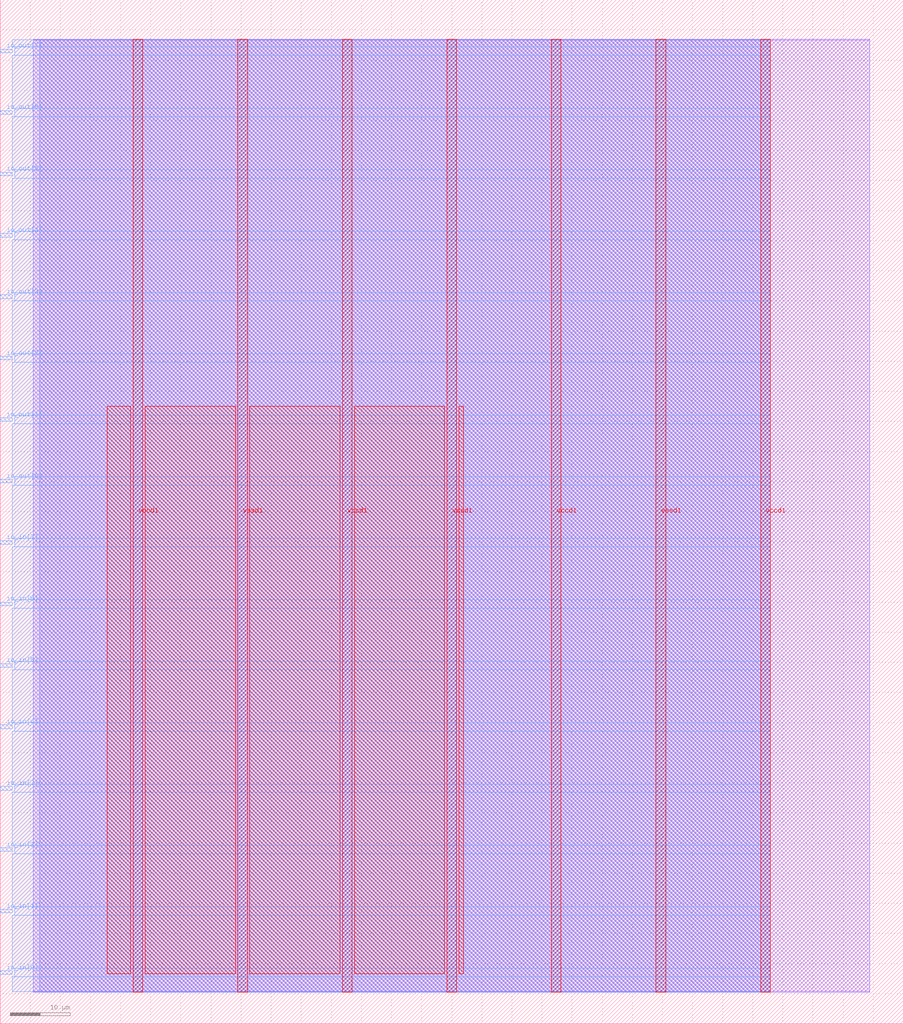
<source format=lef>
VERSION 5.7 ;
  NOWIREEXTENSIONATPIN ON ;
  DIVIDERCHAR "/" ;
  BUSBITCHARS "[]" ;
MACRO gregdavill_clock_top
  CLASS BLOCK ;
  FOREIGN gregdavill_clock_top ;
  ORIGIN 0.000 0.000 ;
  SIZE 150.000 BY 170.000 ;
  PIN io_in[0]
    DIRECTION INPUT ;
    USE SIGNAL ;
    PORT
      LAYER met3 ;
        RECT 0.000 8.200 2.000 8.800 ;
    END
  END io_in[0]
  PIN io_in[1]
    DIRECTION INPUT ;
    USE SIGNAL ;
    PORT
      LAYER met3 ;
        RECT 0.000 18.400 2.000 19.000 ;
    END
  END io_in[1]
  PIN io_in[2]
    DIRECTION INPUT ;
    USE SIGNAL ;
    PORT
      LAYER met3 ;
        RECT 0.000 28.600 2.000 29.200 ;
    END
  END io_in[2]
  PIN io_in[3]
    DIRECTION INPUT ;
    USE SIGNAL ;
    PORT
      LAYER met3 ;
        RECT 0.000 38.800 2.000 39.400 ;
    END
  END io_in[3]
  PIN io_in[4]
    DIRECTION INPUT ;
    USE SIGNAL ;
    PORT
      LAYER met3 ;
        RECT 0.000 49.000 2.000 49.600 ;
    END
  END io_in[4]
  PIN io_in[5]
    DIRECTION INPUT ;
    USE SIGNAL ;
    PORT
      LAYER met3 ;
        RECT 0.000 59.200 2.000 59.800 ;
    END
  END io_in[5]
  PIN io_in[6]
    DIRECTION INPUT ;
    USE SIGNAL ;
    PORT
      LAYER met3 ;
        RECT 0.000 69.400 2.000 70.000 ;
    END
  END io_in[6]
  PIN io_in[7]
    DIRECTION INPUT ;
    USE SIGNAL ;
    PORT
      LAYER met3 ;
        RECT 0.000 79.600 2.000 80.200 ;
    END
  END io_in[7]
  PIN io_out[0]
    DIRECTION OUTPUT TRISTATE ;
    USE SIGNAL ;
    PORT
      LAYER met3 ;
        RECT 0.000 89.800 2.000 90.400 ;
    END
  END io_out[0]
  PIN io_out[1]
    DIRECTION OUTPUT TRISTATE ;
    USE SIGNAL ;
    PORT
      LAYER met3 ;
        RECT 0.000 100.000 2.000 100.600 ;
    END
  END io_out[1]
  PIN io_out[2]
    DIRECTION OUTPUT TRISTATE ;
    USE SIGNAL ;
    PORT
      LAYER met3 ;
        RECT 0.000 110.200 2.000 110.800 ;
    END
  END io_out[2]
  PIN io_out[3]
    DIRECTION OUTPUT TRISTATE ;
    USE SIGNAL ;
    PORT
      LAYER met3 ;
        RECT 0.000 120.400 2.000 121.000 ;
    END
  END io_out[3]
  PIN io_out[4]
    DIRECTION OUTPUT TRISTATE ;
    USE SIGNAL ;
    PORT
      LAYER met3 ;
        RECT 0.000 130.600 2.000 131.200 ;
    END
  END io_out[4]
  PIN io_out[5]
    DIRECTION OUTPUT TRISTATE ;
    USE SIGNAL ;
    PORT
      LAYER met3 ;
        RECT 0.000 140.800 2.000 141.400 ;
    END
  END io_out[5]
  PIN io_out[6]
    DIRECTION OUTPUT TRISTATE ;
    USE SIGNAL ;
    PORT
      LAYER met3 ;
        RECT 0.000 151.000 2.000 151.600 ;
    END
  END io_out[6]
  PIN io_out[7]
    DIRECTION OUTPUT TRISTATE ;
    USE SIGNAL ;
    PORT
      LAYER met3 ;
        RECT 0.000 161.200 2.000 161.800 ;
    END
  END io_out[7]
  PIN vccd1
    DIRECTION INOUT ;
    USE POWER ;
    PORT
      LAYER met4 ;
        RECT 22.090 5.200 23.690 163.440 ;
    END
    PORT
      LAYER met4 ;
        RECT 56.830 5.200 58.430 163.440 ;
    END
    PORT
      LAYER met4 ;
        RECT 91.570 5.200 93.170 163.440 ;
    END
    PORT
      LAYER met4 ;
        RECT 126.310 5.200 127.910 163.440 ;
    END
  END vccd1
  PIN vssd1
    DIRECTION INOUT ;
    USE GROUND ;
    PORT
      LAYER met4 ;
        RECT 39.460 5.200 41.060 163.440 ;
    END
    PORT
      LAYER met4 ;
        RECT 74.200 5.200 75.800 163.440 ;
    END
    PORT
      LAYER met4 ;
        RECT 108.940 5.200 110.540 163.440 ;
    END
  END vssd1
  OBS
      LAYER li1 ;
        RECT 5.520 5.355 144.440 163.285 ;
      LAYER met1 ;
        RECT 5.520 5.200 144.440 163.440 ;
      LAYER met2 ;
        RECT 6.540 5.255 127.880 163.385 ;
      LAYER met3 ;
        RECT 2.000 162.200 127.900 163.365 ;
        RECT 2.400 160.800 127.900 162.200 ;
        RECT 2.000 152.000 127.900 160.800 ;
        RECT 2.400 150.600 127.900 152.000 ;
        RECT 2.000 141.800 127.900 150.600 ;
        RECT 2.400 140.400 127.900 141.800 ;
        RECT 2.000 131.600 127.900 140.400 ;
        RECT 2.400 130.200 127.900 131.600 ;
        RECT 2.000 121.400 127.900 130.200 ;
        RECT 2.400 120.000 127.900 121.400 ;
        RECT 2.000 111.200 127.900 120.000 ;
        RECT 2.400 109.800 127.900 111.200 ;
        RECT 2.000 101.000 127.900 109.800 ;
        RECT 2.400 99.600 127.900 101.000 ;
        RECT 2.000 90.800 127.900 99.600 ;
        RECT 2.400 89.400 127.900 90.800 ;
        RECT 2.000 80.600 127.900 89.400 ;
        RECT 2.400 79.200 127.900 80.600 ;
        RECT 2.000 70.400 127.900 79.200 ;
        RECT 2.400 69.000 127.900 70.400 ;
        RECT 2.000 60.200 127.900 69.000 ;
        RECT 2.400 58.800 127.900 60.200 ;
        RECT 2.000 50.000 127.900 58.800 ;
        RECT 2.400 48.600 127.900 50.000 ;
        RECT 2.000 39.800 127.900 48.600 ;
        RECT 2.400 38.400 127.900 39.800 ;
        RECT 2.000 29.600 127.900 38.400 ;
        RECT 2.400 28.200 127.900 29.600 ;
        RECT 2.000 19.400 127.900 28.200 ;
        RECT 2.400 18.000 127.900 19.400 ;
        RECT 2.000 9.200 127.900 18.000 ;
        RECT 2.400 7.800 127.900 9.200 ;
        RECT 2.000 5.275 127.900 7.800 ;
      LAYER met4 ;
        RECT 17.775 8.335 21.690 102.505 ;
        RECT 24.090 8.335 39.060 102.505 ;
        RECT 41.460 8.335 56.430 102.505 ;
        RECT 58.830 8.335 73.800 102.505 ;
        RECT 76.200 8.335 76.985 102.505 ;
  END
END gregdavill_clock_top
END LIBRARY


</source>
